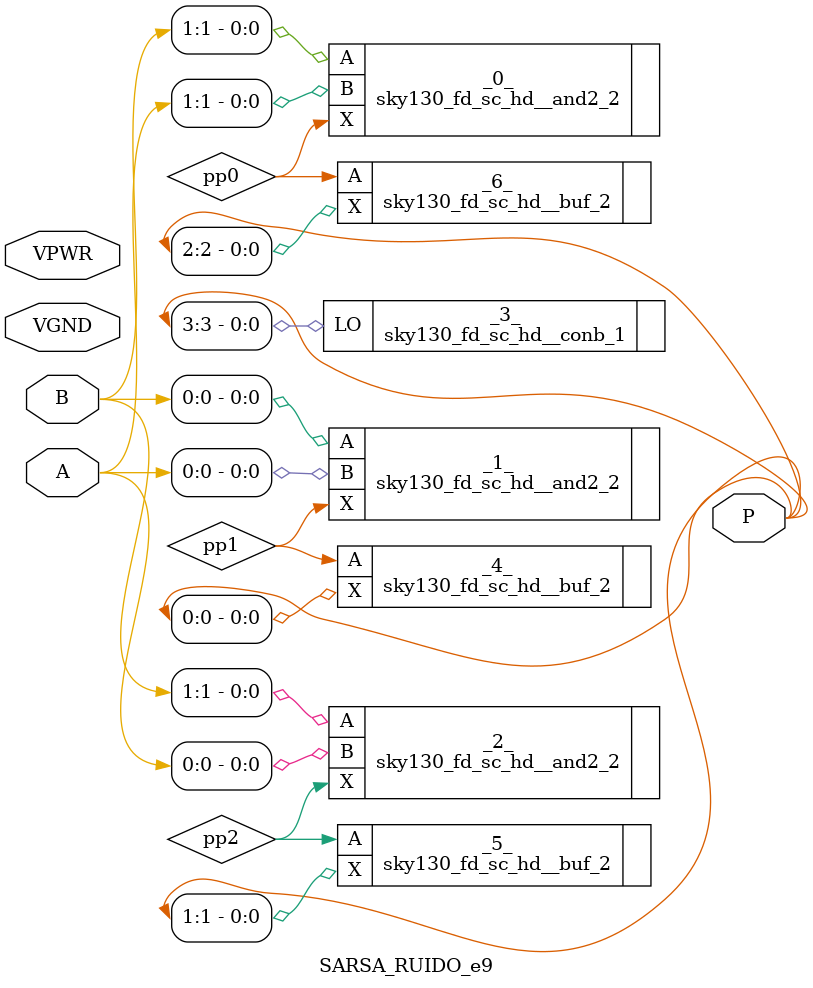
<source format=v>
module SARSA_RUIDO_e9 (A,
    B,
    P,
    VPWR,
    VGND);
 input [1:0] A;
 input [1:0] B;
 output [3:0] P;
 inout VPWR;
 inout VGND;

 wire pp0;
 wire pp1;
 wire pp2;

 sky130_fd_sc_hd__and2_2 _0_ (.A(B[1]),
    .B(A[1]),
    .X(pp0));
 sky130_fd_sc_hd__and2_2 _1_ (.A(B[0]),
    .B(A[0]),
    .X(pp1));
 sky130_fd_sc_hd__and2_2 _2_ (.A(B[1]),
    .B(A[0]),
    .X(pp2));
 sky130_fd_sc_hd__conb_1 _3_ (.LO(P[3]));
 sky130_fd_sc_hd__buf_2 _4_ (.A(pp1),
    .X(P[0]));
 sky130_fd_sc_hd__buf_2 _5_ (.A(pp2),
    .X(P[1]));
 sky130_fd_sc_hd__buf_2 _6_ (.A(pp0),
    .X(P[2]));
 sky130_fd_sc_hd__decap_3 PHY_EDGE_ROW_0_Right_0 ();
 sky130_fd_sc_hd__decap_3 PHY_EDGE_ROW_1_Right_1 ();
 sky130_fd_sc_hd__decap_3 PHY_EDGE_ROW_2_Right_2 ();
 sky130_fd_sc_hd__decap_3 PHY_EDGE_ROW_3_Right_3 ();
 sky130_fd_sc_hd__decap_3 PHY_EDGE_ROW_4_Right_4 ();
 sky130_fd_sc_hd__decap_3 PHY_EDGE_ROW_5_Right_5 ();
 sky130_fd_sc_hd__decap_3 PHY_EDGE_ROW_6_Right_6 ();
 sky130_fd_sc_hd__decap_3 PHY_EDGE_ROW_7_Right_7 ();
 sky130_fd_sc_hd__decap_3 PHY_EDGE_ROW_8_Right_8 ();
 sky130_fd_sc_hd__decap_3 PHY_EDGE_ROW_9_Right_9 ();
 sky130_fd_sc_hd__decap_3 PHY_EDGE_ROW_0_Left_10 ();
 sky130_fd_sc_hd__decap_3 PHY_EDGE_ROW_1_Left_11 ();
 sky130_fd_sc_hd__decap_3 PHY_EDGE_ROW_2_Left_12 ();
 sky130_fd_sc_hd__decap_3 PHY_EDGE_ROW_3_Left_13 ();
 sky130_fd_sc_hd__decap_3 PHY_EDGE_ROW_4_Left_14 ();
 sky130_fd_sc_hd__decap_3 PHY_EDGE_ROW_5_Left_15 ();
 sky130_fd_sc_hd__decap_3 PHY_EDGE_ROW_6_Left_16 ();
 sky130_fd_sc_hd__decap_3 PHY_EDGE_ROW_7_Left_17 ();
 sky130_fd_sc_hd__decap_3 PHY_EDGE_ROW_8_Left_18 ();
 sky130_fd_sc_hd__decap_3 PHY_EDGE_ROW_9_Left_19 ();
 sky130_fd_sc_hd__tapvpwrvgnd_1 TAP_TAPCELL_ROW_0_20 ();
 sky130_fd_sc_hd__tapvpwrvgnd_1 TAP_TAPCELL_ROW_0_21 ();
 sky130_fd_sc_hd__tapvpwrvgnd_1 TAP_TAPCELL_ROW_1_22 ();
 sky130_fd_sc_hd__tapvpwrvgnd_1 TAP_TAPCELL_ROW_2_23 ();
 sky130_fd_sc_hd__tapvpwrvgnd_1 TAP_TAPCELL_ROW_3_24 ();
 sky130_fd_sc_hd__tapvpwrvgnd_1 TAP_TAPCELL_ROW_4_25 ();
 sky130_fd_sc_hd__tapvpwrvgnd_1 TAP_TAPCELL_ROW_5_26 ();
 sky130_fd_sc_hd__tapvpwrvgnd_1 TAP_TAPCELL_ROW_6_27 ();
 sky130_fd_sc_hd__tapvpwrvgnd_1 TAP_TAPCELL_ROW_7_28 ();
 sky130_fd_sc_hd__tapvpwrvgnd_1 TAP_TAPCELL_ROW_8_29 ();
 sky130_fd_sc_hd__tapvpwrvgnd_1 TAP_TAPCELL_ROW_9_30 ();
 sky130_fd_sc_hd__tapvpwrvgnd_1 TAP_TAPCELL_ROW_9_31 ();
endmodule

</source>
